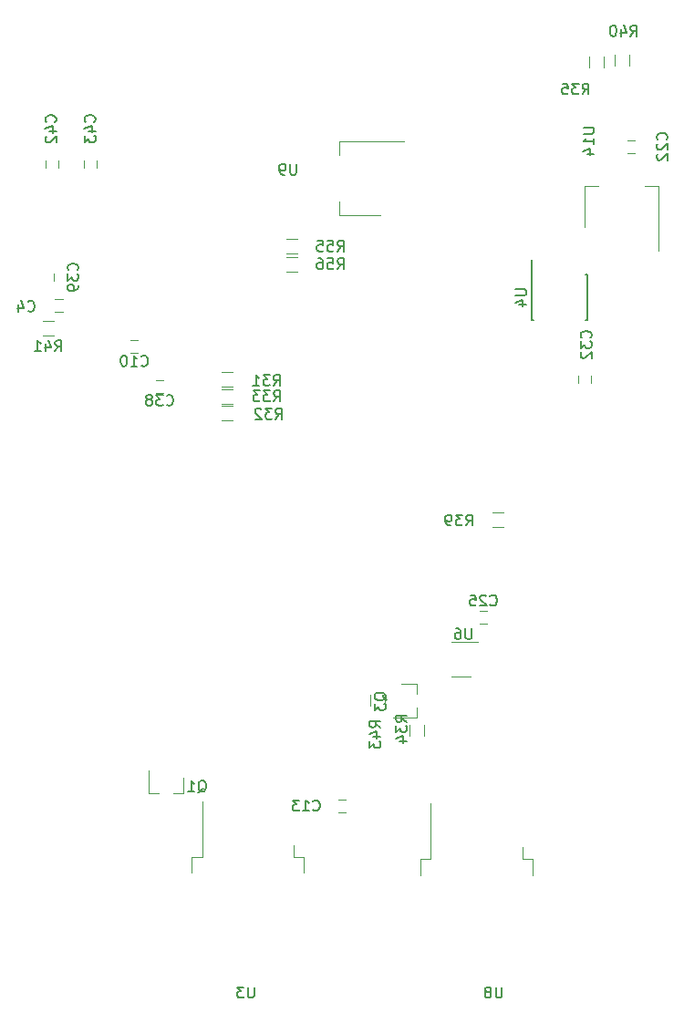
<source format=gbr>
G04 #@! TF.FileFunction,Legend,Bot*
%FSLAX46Y46*%
G04 Gerber Fmt 4.6, Leading zero omitted, Abs format (unit mm)*
G04 Created by KiCad (PCBNEW 4.0.7) date 05/26/18 19:20:07*
%MOMM*%
%LPD*%
G01*
G04 APERTURE LIST*
%ADD10C,0.100000*%
%ADD11C,0.120000*%
%ADD12C,0.150000*%
G04 APERTURE END LIST*
D10*
D11*
X147757000Y-132586000D02*
X146827000Y-132586000D01*
X144597000Y-132586000D02*
X145527000Y-132586000D01*
X144597000Y-132586000D02*
X144597000Y-130426000D01*
X147757000Y-132586000D02*
X147757000Y-131126000D01*
X169460000Y-122370000D02*
X169460000Y-123300000D01*
X169460000Y-125530000D02*
X169460000Y-124600000D01*
X169460000Y-125530000D02*
X167300000Y-125530000D01*
X169460000Y-122370000D02*
X168000000Y-122370000D01*
X148600000Y-139950000D02*
X148600000Y-138450000D01*
X148600000Y-138450000D02*
X149550000Y-138450000D01*
X149550000Y-138450000D02*
X149550000Y-133325000D01*
X159000000Y-139950000D02*
X159000000Y-138450000D01*
X159000000Y-138450000D02*
X158050000Y-138450000D01*
X158050000Y-138450000D02*
X158050000Y-137350000D01*
X174500000Y-121710000D02*
X172700000Y-121710000D01*
X172700000Y-118490000D02*
X175150000Y-118490000D01*
X162301000Y-78848000D02*
X162301000Y-77588000D01*
X162301000Y-72028000D02*
X162301000Y-73288000D01*
X166061000Y-78848000D02*
X162301000Y-78848000D01*
X168311000Y-72028000D02*
X162301000Y-72028000D01*
X169806000Y-140155000D02*
X169806000Y-138655000D01*
X169806000Y-138655000D02*
X170756000Y-138655000D01*
X170756000Y-138655000D02*
X170756000Y-133530000D01*
X180206000Y-140155000D02*
X180206000Y-138655000D01*
X180206000Y-138655000D02*
X179256000Y-138655000D01*
X179256000Y-138655000D02*
X179256000Y-137555000D01*
X185090000Y-76190000D02*
X186350000Y-76190000D01*
X191910000Y-76190000D02*
X190650000Y-76190000D01*
X185090000Y-79950000D02*
X185090000Y-76190000D01*
X191910000Y-82200000D02*
X191910000Y-76190000D01*
X136600000Y-86650000D02*
X135900000Y-86650000D01*
X135900000Y-87850000D02*
X136600000Y-87850000D01*
X142906000Y-91659000D02*
X143606000Y-91659000D01*
X143606000Y-90459000D02*
X142906000Y-90459000D01*
X162850000Y-133150000D02*
X162150000Y-133150000D01*
X162150000Y-134350000D02*
X162850000Y-134350000D01*
X189714000Y-71928000D02*
X189014000Y-71928000D01*
X189014000Y-73128000D02*
X189714000Y-73128000D01*
X175291000Y-116805000D02*
X175991000Y-116805000D01*
X175991000Y-115605000D02*
X175291000Y-115605000D01*
X135036000Y-73818000D02*
X135036000Y-74518000D01*
X136236000Y-74518000D02*
X136236000Y-73818000D01*
X138592000Y-73818000D02*
X138592000Y-74518000D01*
X139792000Y-74518000D02*
X139792000Y-73818000D01*
X151392000Y-94787000D02*
X152392000Y-94787000D01*
X152392000Y-93427000D02*
X151392000Y-93427000D01*
X152392000Y-96538500D02*
X151392000Y-96538500D01*
X151392000Y-97898500D02*
X152392000Y-97898500D01*
X151392000Y-96374500D02*
X152392000Y-96374500D01*
X152392000Y-95014500D02*
X151392000Y-95014500D01*
X170160000Y-127200000D02*
X170160000Y-126200000D01*
X168800000Y-126200000D02*
X168800000Y-127200000D01*
X185502000Y-64143000D02*
X185502000Y-65143000D01*
X186862000Y-65143000D02*
X186862000Y-64143000D01*
X177500000Y-106470000D02*
X176500000Y-106470000D01*
X176500000Y-107830000D02*
X177500000Y-107830000D01*
X189240000Y-64990000D02*
X189240000Y-63990000D01*
X187880000Y-63990000D02*
X187880000Y-64990000D01*
X134755000Y-90088000D02*
X135755000Y-90088000D01*
X135755000Y-88728000D02*
X134755000Y-88728000D01*
X165170000Y-123400000D02*
X165170000Y-124400000D01*
X166530000Y-124400000D02*
X166530000Y-123400000D01*
X145250000Y-95410000D02*
X145950000Y-95410000D01*
X145950000Y-94210000D02*
X145250000Y-94210000D01*
X136998000Y-84982800D02*
X136998000Y-84282800D01*
X135798000Y-84282800D02*
X135798000Y-84982800D01*
X185639000Y-94457000D02*
X185639000Y-93757000D01*
X184439000Y-93757000D02*
X184439000Y-94457000D01*
D12*
X180125000Y-84425000D02*
X180175000Y-84425000D01*
X180125000Y-88575000D02*
X180270000Y-88575000D01*
X185275000Y-88575000D02*
X185130000Y-88575000D01*
X185275000Y-84425000D02*
X185130000Y-84425000D01*
X180125000Y-84425000D02*
X180125000Y-88575000D01*
X185275000Y-84425000D02*
X185275000Y-88575000D01*
X180175000Y-84425000D02*
X180175000Y-83025000D01*
D11*
X158361000Y-81108000D02*
X157361000Y-81108000D01*
X157361000Y-82468000D02*
X158361000Y-82468000D01*
X158361000Y-82759000D02*
X157361000Y-82759000D01*
X157361000Y-84119000D02*
X158361000Y-84119000D01*
D12*
X149167838Y-132500619D02*
X149263076Y-132453000D01*
X149358314Y-132357762D01*
X149501171Y-132214905D01*
X149596410Y-132167286D01*
X149691648Y-132167286D01*
X149644029Y-132405381D02*
X149739267Y-132357762D01*
X149834505Y-132262524D01*
X149882124Y-132072048D01*
X149882124Y-131738714D01*
X149834505Y-131548238D01*
X149739267Y-131453000D01*
X149644029Y-131405381D01*
X149453552Y-131405381D01*
X149358314Y-131453000D01*
X149263076Y-131548238D01*
X149215457Y-131738714D01*
X149215457Y-132072048D01*
X149263076Y-132262524D01*
X149358314Y-132357762D01*
X149453552Y-132405381D01*
X149644029Y-132405381D01*
X148263076Y-132405381D02*
X148834505Y-132405381D01*
X148548791Y-132405381D02*
X148548791Y-131405381D01*
X148644029Y-131548238D01*
X148739267Y-131643476D01*
X148834505Y-131691095D01*
X166647619Y-123954762D02*
X166600000Y-123859524D01*
X166504762Y-123764286D01*
X166361905Y-123621429D01*
X166314286Y-123526190D01*
X166314286Y-123430952D01*
X166552381Y-123478571D02*
X166504762Y-123383333D01*
X166409524Y-123288095D01*
X166219048Y-123240476D01*
X165885714Y-123240476D01*
X165695238Y-123288095D01*
X165600000Y-123383333D01*
X165552381Y-123478571D01*
X165552381Y-123669048D01*
X165600000Y-123764286D01*
X165695238Y-123859524D01*
X165885714Y-123907143D01*
X166219048Y-123907143D01*
X166409524Y-123859524D01*
X166504762Y-123764286D01*
X166552381Y-123669048D01*
X166552381Y-123478571D01*
X165552381Y-124240476D02*
X165552381Y-124859524D01*
X165933333Y-124526190D01*
X165933333Y-124669048D01*
X165980952Y-124764286D01*
X166028571Y-124811905D01*
X166123810Y-124859524D01*
X166361905Y-124859524D01*
X166457143Y-124811905D01*
X166504762Y-124764286D01*
X166552381Y-124669048D01*
X166552381Y-124383333D01*
X166504762Y-124288095D01*
X166457143Y-124240476D01*
X154361905Y-150552381D02*
X154361905Y-151361905D01*
X154314286Y-151457143D01*
X154266667Y-151504762D01*
X154171429Y-151552381D01*
X153980952Y-151552381D01*
X153885714Y-151504762D01*
X153838095Y-151457143D01*
X153790476Y-151361905D01*
X153790476Y-150552381D01*
X153409524Y-150552381D02*
X152790476Y-150552381D01*
X153123810Y-150933333D01*
X152980952Y-150933333D01*
X152885714Y-150980952D01*
X152838095Y-151028571D01*
X152790476Y-151123810D01*
X152790476Y-151361905D01*
X152838095Y-151457143D01*
X152885714Y-151504762D01*
X152980952Y-151552381D01*
X153266667Y-151552381D01*
X153361905Y-151504762D01*
X153409524Y-151457143D01*
X174561905Y-117252381D02*
X174561905Y-118061905D01*
X174514286Y-118157143D01*
X174466667Y-118204762D01*
X174371429Y-118252381D01*
X174180952Y-118252381D01*
X174085714Y-118204762D01*
X174038095Y-118157143D01*
X173990476Y-118061905D01*
X173990476Y-117252381D01*
X173085714Y-117252381D02*
X173276191Y-117252381D01*
X173371429Y-117300000D01*
X173419048Y-117347619D01*
X173514286Y-117490476D01*
X173561905Y-117680952D01*
X173561905Y-118061905D01*
X173514286Y-118157143D01*
X173466667Y-118204762D01*
X173371429Y-118252381D01*
X173180952Y-118252381D01*
X173085714Y-118204762D01*
X173038095Y-118157143D01*
X172990476Y-118061905D01*
X172990476Y-117823810D01*
X173038095Y-117728571D01*
X173085714Y-117680952D01*
X173180952Y-117633333D01*
X173371429Y-117633333D01*
X173466667Y-117680952D01*
X173514286Y-117728571D01*
X173561905Y-117823810D01*
X158292705Y-74128381D02*
X158292705Y-74937905D01*
X158245086Y-75033143D01*
X158197467Y-75080762D01*
X158102229Y-75128381D01*
X157911752Y-75128381D01*
X157816514Y-75080762D01*
X157768895Y-75033143D01*
X157721276Y-74937905D01*
X157721276Y-74128381D01*
X157197467Y-75128381D02*
X157006991Y-75128381D01*
X156911752Y-75080762D01*
X156864133Y-75033143D01*
X156768895Y-74890286D01*
X156721276Y-74699810D01*
X156721276Y-74318857D01*
X156768895Y-74223619D01*
X156816514Y-74176000D01*
X156911752Y-74128381D01*
X157102229Y-74128381D01*
X157197467Y-74176000D01*
X157245086Y-74223619D01*
X157292705Y-74318857D01*
X157292705Y-74556952D01*
X157245086Y-74652190D01*
X157197467Y-74699810D01*
X157102229Y-74747429D01*
X156911752Y-74747429D01*
X156816514Y-74699810D01*
X156768895Y-74652190D01*
X156721276Y-74556952D01*
X177367905Y-150557381D02*
X177367905Y-151366905D01*
X177320286Y-151462143D01*
X177272667Y-151509762D01*
X177177429Y-151557381D01*
X176986952Y-151557381D01*
X176891714Y-151509762D01*
X176844095Y-151462143D01*
X176796476Y-151366905D01*
X176796476Y-150557381D01*
X176177429Y-150985952D02*
X176272667Y-150938333D01*
X176320286Y-150890714D01*
X176367905Y-150795476D01*
X176367905Y-150747857D01*
X176320286Y-150652619D01*
X176272667Y-150605000D01*
X176177429Y-150557381D01*
X175986952Y-150557381D01*
X175891714Y-150605000D01*
X175844095Y-150652619D01*
X175796476Y-150747857D01*
X175796476Y-150795476D01*
X175844095Y-150890714D01*
X175891714Y-150938333D01*
X175986952Y-150985952D01*
X176177429Y-150985952D01*
X176272667Y-151033571D01*
X176320286Y-151081190D01*
X176367905Y-151176429D01*
X176367905Y-151366905D01*
X176320286Y-151462143D01*
X176272667Y-151509762D01*
X176177429Y-151557381D01*
X175986952Y-151557381D01*
X175891714Y-151509762D01*
X175844095Y-151462143D01*
X175796476Y-151366905D01*
X175796476Y-151176429D01*
X175844095Y-151081190D01*
X175891714Y-151033571D01*
X175986952Y-150985952D01*
X184929781Y-70740505D02*
X185739305Y-70740505D01*
X185834543Y-70788124D01*
X185882162Y-70835743D01*
X185929781Y-70930981D01*
X185929781Y-71121458D01*
X185882162Y-71216696D01*
X185834543Y-71264315D01*
X185739305Y-71311934D01*
X184929781Y-71311934D01*
X185929781Y-72311934D02*
X185929781Y-71740505D01*
X185929781Y-72026219D02*
X184929781Y-72026219D01*
X185072638Y-71930981D01*
X185167876Y-71835743D01*
X185215495Y-71740505D01*
X185263114Y-73169077D02*
X185929781Y-73169077D01*
X184882162Y-72930981D02*
X185596448Y-72692886D01*
X185596448Y-73311934D01*
X133368666Y-87734143D02*
X133416285Y-87781762D01*
X133559142Y-87829381D01*
X133654380Y-87829381D01*
X133797238Y-87781762D01*
X133892476Y-87686524D01*
X133940095Y-87591286D01*
X133987714Y-87400810D01*
X133987714Y-87257952D01*
X133940095Y-87067476D01*
X133892476Y-86972238D01*
X133797238Y-86877000D01*
X133654380Y-86829381D01*
X133559142Y-86829381D01*
X133416285Y-86877000D01*
X133368666Y-86924619D01*
X132511523Y-87162714D02*
X132511523Y-87829381D01*
X132749619Y-86781762D02*
X132987714Y-87496048D01*
X132368666Y-87496048D01*
X143898857Y-92816143D02*
X143946476Y-92863762D01*
X144089333Y-92911381D01*
X144184571Y-92911381D01*
X144327429Y-92863762D01*
X144422667Y-92768524D01*
X144470286Y-92673286D01*
X144517905Y-92482810D01*
X144517905Y-92339952D01*
X144470286Y-92149476D01*
X144422667Y-92054238D01*
X144327429Y-91959000D01*
X144184571Y-91911381D01*
X144089333Y-91911381D01*
X143946476Y-91959000D01*
X143898857Y-92006619D01*
X142946476Y-92911381D02*
X143517905Y-92911381D01*
X143232191Y-92911381D02*
X143232191Y-91911381D01*
X143327429Y-92054238D01*
X143422667Y-92149476D01*
X143517905Y-92197095D01*
X142327429Y-91911381D02*
X142232190Y-91911381D01*
X142136952Y-91959000D01*
X142089333Y-92006619D01*
X142041714Y-92101857D01*
X141994095Y-92292333D01*
X141994095Y-92530429D01*
X142041714Y-92720905D01*
X142089333Y-92816143D01*
X142136952Y-92863762D01*
X142232190Y-92911381D01*
X142327429Y-92911381D01*
X142422667Y-92863762D01*
X142470286Y-92816143D01*
X142517905Y-92720905D01*
X142565524Y-92530429D01*
X142565524Y-92292333D01*
X142517905Y-92101857D01*
X142470286Y-92006619D01*
X142422667Y-91959000D01*
X142327429Y-91911381D01*
X159842857Y-134107143D02*
X159890476Y-134154762D01*
X160033333Y-134202381D01*
X160128571Y-134202381D01*
X160271429Y-134154762D01*
X160366667Y-134059524D01*
X160414286Y-133964286D01*
X160461905Y-133773810D01*
X160461905Y-133630952D01*
X160414286Y-133440476D01*
X160366667Y-133345238D01*
X160271429Y-133250000D01*
X160128571Y-133202381D01*
X160033333Y-133202381D01*
X159890476Y-133250000D01*
X159842857Y-133297619D01*
X158890476Y-134202381D02*
X159461905Y-134202381D01*
X159176191Y-134202381D02*
X159176191Y-133202381D01*
X159271429Y-133345238D01*
X159366667Y-133440476D01*
X159461905Y-133488095D01*
X158557143Y-133202381D02*
X157938095Y-133202381D01*
X158271429Y-133583333D01*
X158128571Y-133583333D01*
X158033333Y-133630952D01*
X157985714Y-133678571D01*
X157938095Y-133773810D01*
X157938095Y-134011905D01*
X157985714Y-134107143D01*
X158033333Y-134154762D01*
X158128571Y-134202381D01*
X158414286Y-134202381D01*
X158509524Y-134154762D01*
X158557143Y-134107143D01*
X192642143Y-71859743D02*
X192689762Y-71812124D01*
X192737381Y-71669267D01*
X192737381Y-71574029D01*
X192689762Y-71431171D01*
X192594524Y-71335933D01*
X192499286Y-71288314D01*
X192308810Y-71240695D01*
X192165952Y-71240695D01*
X191975476Y-71288314D01*
X191880238Y-71335933D01*
X191785000Y-71431171D01*
X191737381Y-71574029D01*
X191737381Y-71669267D01*
X191785000Y-71812124D01*
X191832619Y-71859743D01*
X191832619Y-72240695D02*
X191785000Y-72288314D01*
X191737381Y-72383552D01*
X191737381Y-72621648D01*
X191785000Y-72716886D01*
X191832619Y-72764505D01*
X191927857Y-72812124D01*
X192023095Y-72812124D01*
X192165952Y-72764505D01*
X192737381Y-72193076D01*
X192737381Y-72812124D01*
X191832619Y-73193076D02*
X191785000Y-73240695D01*
X191737381Y-73335933D01*
X191737381Y-73574029D01*
X191785000Y-73669267D01*
X191832619Y-73716886D01*
X191927857Y-73764505D01*
X192023095Y-73764505D01*
X192165952Y-73716886D01*
X192737381Y-73145457D01*
X192737381Y-73764505D01*
X176283857Y-115062143D02*
X176331476Y-115109762D01*
X176474333Y-115157381D01*
X176569571Y-115157381D01*
X176712429Y-115109762D01*
X176807667Y-115014524D01*
X176855286Y-114919286D01*
X176902905Y-114728810D01*
X176902905Y-114585952D01*
X176855286Y-114395476D01*
X176807667Y-114300238D01*
X176712429Y-114205000D01*
X176569571Y-114157381D01*
X176474333Y-114157381D01*
X176331476Y-114205000D01*
X176283857Y-114252619D01*
X175902905Y-114252619D02*
X175855286Y-114205000D01*
X175760048Y-114157381D01*
X175521952Y-114157381D01*
X175426714Y-114205000D01*
X175379095Y-114252619D01*
X175331476Y-114347857D01*
X175331476Y-114443095D01*
X175379095Y-114585952D01*
X175950524Y-115157381D01*
X175331476Y-115157381D01*
X174426714Y-114157381D02*
X174902905Y-114157381D01*
X174950524Y-114633571D01*
X174902905Y-114585952D01*
X174807667Y-114538333D01*
X174569571Y-114538333D01*
X174474333Y-114585952D01*
X174426714Y-114633571D01*
X174379095Y-114728810D01*
X174379095Y-114966905D01*
X174426714Y-115062143D01*
X174474333Y-115109762D01*
X174569571Y-115157381D01*
X174807667Y-115157381D01*
X174902905Y-115109762D01*
X174950524Y-115062143D01*
X135893143Y-70225143D02*
X135940762Y-70177524D01*
X135988381Y-70034667D01*
X135988381Y-69939429D01*
X135940762Y-69796571D01*
X135845524Y-69701333D01*
X135750286Y-69653714D01*
X135559810Y-69606095D01*
X135416952Y-69606095D01*
X135226476Y-69653714D01*
X135131238Y-69701333D01*
X135036000Y-69796571D01*
X134988381Y-69939429D01*
X134988381Y-70034667D01*
X135036000Y-70177524D01*
X135083619Y-70225143D01*
X135321714Y-71082286D02*
X135988381Y-71082286D01*
X134940762Y-70844190D02*
X135655048Y-70606095D01*
X135655048Y-71225143D01*
X135083619Y-71558476D02*
X135036000Y-71606095D01*
X134988381Y-71701333D01*
X134988381Y-71939429D01*
X135036000Y-72034667D01*
X135083619Y-72082286D01*
X135178857Y-72129905D01*
X135274095Y-72129905D01*
X135416952Y-72082286D01*
X135988381Y-71510857D01*
X135988381Y-72129905D01*
X139541143Y-70210143D02*
X139588762Y-70162524D01*
X139636381Y-70019667D01*
X139636381Y-69924429D01*
X139588762Y-69781571D01*
X139493524Y-69686333D01*
X139398286Y-69638714D01*
X139207810Y-69591095D01*
X139064952Y-69591095D01*
X138874476Y-69638714D01*
X138779238Y-69686333D01*
X138684000Y-69781571D01*
X138636381Y-69924429D01*
X138636381Y-70019667D01*
X138684000Y-70162524D01*
X138731619Y-70210143D01*
X138969714Y-71067286D02*
X139636381Y-71067286D01*
X138588762Y-70829190D02*
X139303048Y-70591095D01*
X139303048Y-71210143D01*
X138636381Y-71495857D02*
X138636381Y-72114905D01*
X139017333Y-71781571D01*
X139017333Y-71924429D01*
X139064952Y-72019667D01*
X139112571Y-72067286D01*
X139207810Y-72114905D01*
X139445905Y-72114905D01*
X139541143Y-72067286D01*
X139588762Y-72019667D01*
X139636381Y-71924429D01*
X139636381Y-71638714D01*
X139588762Y-71543476D01*
X139541143Y-71495857D01*
X156167057Y-94711781D02*
X156500391Y-94235590D01*
X156738486Y-94711781D02*
X156738486Y-93711781D01*
X156357533Y-93711781D01*
X156262295Y-93759400D01*
X156214676Y-93807019D01*
X156167057Y-93902257D01*
X156167057Y-94045114D01*
X156214676Y-94140352D01*
X156262295Y-94187971D01*
X156357533Y-94235590D01*
X156738486Y-94235590D01*
X155833724Y-93711781D02*
X155214676Y-93711781D01*
X155548010Y-94092733D01*
X155405152Y-94092733D01*
X155309914Y-94140352D01*
X155262295Y-94187971D01*
X155214676Y-94283210D01*
X155214676Y-94521305D01*
X155262295Y-94616543D01*
X155309914Y-94664162D01*
X155405152Y-94711781D01*
X155690867Y-94711781D01*
X155786105Y-94664162D01*
X155833724Y-94616543D01*
X154262295Y-94711781D02*
X154833724Y-94711781D01*
X154548010Y-94711781D02*
X154548010Y-93711781D01*
X154643248Y-93854638D01*
X154738486Y-93949876D01*
X154833724Y-93997495D01*
X156370257Y-97823281D02*
X156703591Y-97347090D01*
X156941686Y-97823281D02*
X156941686Y-96823281D01*
X156560733Y-96823281D01*
X156465495Y-96870900D01*
X156417876Y-96918519D01*
X156370257Y-97013757D01*
X156370257Y-97156614D01*
X156417876Y-97251852D01*
X156465495Y-97299471D01*
X156560733Y-97347090D01*
X156941686Y-97347090D01*
X156036924Y-96823281D02*
X155417876Y-96823281D01*
X155751210Y-97204233D01*
X155608352Y-97204233D01*
X155513114Y-97251852D01*
X155465495Y-97299471D01*
X155417876Y-97394710D01*
X155417876Y-97632805D01*
X155465495Y-97728043D01*
X155513114Y-97775662D01*
X155608352Y-97823281D01*
X155894067Y-97823281D01*
X155989305Y-97775662D01*
X156036924Y-97728043D01*
X155036924Y-96918519D02*
X154989305Y-96870900D01*
X154894067Y-96823281D01*
X154655971Y-96823281D01*
X154560733Y-96870900D01*
X154513114Y-96918519D01*
X154465495Y-97013757D01*
X154465495Y-97108995D01*
X154513114Y-97251852D01*
X155084543Y-97823281D01*
X154465495Y-97823281D01*
X156192457Y-96172281D02*
X156525791Y-95696090D01*
X156763886Y-96172281D02*
X156763886Y-95172281D01*
X156382933Y-95172281D01*
X156287695Y-95219900D01*
X156240076Y-95267519D01*
X156192457Y-95362757D01*
X156192457Y-95505614D01*
X156240076Y-95600852D01*
X156287695Y-95648471D01*
X156382933Y-95696090D01*
X156763886Y-95696090D01*
X155859124Y-95172281D02*
X155240076Y-95172281D01*
X155573410Y-95553233D01*
X155430552Y-95553233D01*
X155335314Y-95600852D01*
X155287695Y-95648471D01*
X155240076Y-95743710D01*
X155240076Y-95981805D01*
X155287695Y-96077043D01*
X155335314Y-96124662D01*
X155430552Y-96172281D01*
X155716267Y-96172281D01*
X155811505Y-96124662D01*
X155859124Y-96077043D01*
X154906743Y-95172281D02*
X154287695Y-95172281D01*
X154621029Y-95553233D01*
X154478171Y-95553233D01*
X154382933Y-95600852D01*
X154335314Y-95648471D01*
X154287695Y-95743710D01*
X154287695Y-95981805D01*
X154335314Y-96077043D01*
X154382933Y-96124662D01*
X154478171Y-96172281D01*
X154763886Y-96172281D01*
X154859124Y-96124662D01*
X154906743Y-96077043D01*
X168535381Y-125930143D02*
X168059190Y-125596809D01*
X168535381Y-125358714D02*
X167535381Y-125358714D01*
X167535381Y-125739667D01*
X167583000Y-125834905D01*
X167630619Y-125882524D01*
X167725857Y-125930143D01*
X167868714Y-125930143D01*
X167963952Y-125882524D01*
X168011571Y-125834905D01*
X168059190Y-125739667D01*
X168059190Y-125358714D01*
X167535381Y-126263476D02*
X167535381Y-126882524D01*
X167916333Y-126549190D01*
X167916333Y-126692048D01*
X167963952Y-126787286D01*
X168011571Y-126834905D01*
X168106810Y-126882524D01*
X168344905Y-126882524D01*
X168440143Y-126834905D01*
X168487762Y-126787286D01*
X168535381Y-126692048D01*
X168535381Y-126406333D01*
X168487762Y-126311095D01*
X168440143Y-126263476D01*
X167868714Y-127739667D02*
X168535381Y-127739667D01*
X167487762Y-127501571D02*
X168202048Y-127263476D01*
X168202048Y-127882524D01*
X184843657Y-67648081D02*
X185176991Y-67171890D01*
X185415086Y-67648081D02*
X185415086Y-66648081D01*
X185034133Y-66648081D01*
X184938895Y-66695700D01*
X184891276Y-66743319D01*
X184843657Y-66838557D01*
X184843657Y-66981414D01*
X184891276Y-67076652D01*
X184938895Y-67124271D01*
X185034133Y-67171890D01*
X185415086Y-67171890D01*
X184510324Y-66648081D02*
X183891276Y-66648081D01*
X184224610Y-67029033D01*
X184081752Y-67029033D01*
X183986514Y-67076652D01*
X183938895Y-67124271D01*
X183891276Y-67219510D01*
X183891276Y-67457605D01*
X183938895Y-67552843D01*
X183986514Y-67600462D01*
X184081752Y-67648081D01*
X184367467Y-67648081D01*
X184462705Y-67600462D01*
X184510324Y-67552843D01*
X182986514Y-66648081D02*
X183462705Y-66648081D01*
X183510324Y-67124271D01*
X183462705Y-67076652D01*
X183367467Y-67029033D01*
X183129371Y-67029033D01*
X183034133Y-67076652D01*
X182986514Y-67124271D01*
X182938895Y-67219510D01*
X182938895Y-67457605D01*
X182986514Y-67552843D01*
X183034133Y-67600462D01*
X183129371Y-67648081D01*
X183367467Y-67648081D01*
X183462705Y-67600462D01*
X183510324Y-67552843D01*
X174042857Y-107702381D02*
X174376191Y-107226190D01*
X174614286Y-107702381D02*
X174614286Y-106702381D01*
X174233333Y-106702381D01*
X174138095Y-106750000D01*
X174090476Y-106797619D01*
X174042857Y-106892857D01*
X174042857Y-107035714D01*
X174090476Y-107130952D01*
X174138095Y-107178571D01*
X174233333Y-107226190D01*
X174614286Y-107226190D01*
X173709524Y-106702381D02*
X173090476Y-106702381D01*
X173423810Y-107083333D01*
X173280952Y-107083333D01*
X173185714Y-107130952D01*
X173138095Y-107178571D01*
X173090476Y-107273810D01*
X173090476Y-107511905D01*
X173138095Y-107607143D01*
X173185714Y-107654762D01*
X173280952Y-107702381D01*
X173566667Y-107702381D01*
X173661905Y-107654762D01*
X173709524Y-107607143D01*
X172614286Y-107702381D02*
X172423810Y-107702381D01*
X172328571Y-107654762D01*
X172280952Y-107607143D01*
X172185714Y-107464286D01*
X172138095Y-107273810D01*
X172138095Y-106892857D01*
X172185714Y-106797619D01*
X172233333Y-106750000D01*
X172328571Y-106702381D01*
X172519048Y-106702381D01*
X172614286Y-106750000D01*
X172661905Y-106797619D01*
X172709524Y-106892857D01*
X172709524Y-107130952D01*
X172661905Y-107226190D01*
X172614286Y-107273810D01*
X172519048Y-107321429D01*
X172328571Y-107321429D01*
X172233333Y-107273810D01*
X172185714Y-107226190D01*
X172138095Y-107130952D01*
X189317157Y-62262681D02*
X189650491Y-61786490D01*
X189888586Y-62262681D02*
X189888586Y-61262681D01*
X189507633Y-61262681D01*
X189412395Y-61310300D01*
X189364776Y-61357919D01*
X189317157Y-61453157D01*
X189317157Y-61596014D01*
X189364776Y-61691252D01*
X189412395Y-61738871D01*
X189507633Y-61786490D01*
X189888586Y-61786490D01*
X188460014Y-61596014D02*
X188460014Y-62262681D01*
X188698110Y-61215062D02*
X188936205Y-61929348D01*
X188317157Y-61929348D01*
X187745729Y-61262681D02*
X187650490Y-61262681D01*
X187555252Y-61310300D01*
X187507633Y-61357919D01*
X187460014Y-61453157D01*
X187412395Y-61643633D01*
X187412395Y-61881729D01*
X187460014Y-62072205D01*
X187507633Y-62167443D01*
X187555252Y-62215062D01*
X187650490Y-62262681D01*
X187745729Y-62262681D01*
X187840967Y-62215062D01*
X187888586Y-62167443D01*
X187936205Y-62072205D01*
X187983824Y-61881729D01*
X187983824Y-61643633D01*
X187936205Y-61453157D01*
X187888586Y-61357919D01*
X187840967Y-61310300D01*
X187745729Y-61262681D01*
X135897857Y-91511381D02*
X136231191Y-91035190D01*
X136469286Y-91511381D02*
X136469286Y-90511381D01*
X136088333Y-90511381D01*
X135993095Y-90559000D01*
X135945476Y-90606619D01*
X135897857Y-90701857D01*
X135897857Y-90844714D01*
X135945476Y-90939952D01*
X135993095Y-90987571D01*
X136088333Y-91035190D01*
X136469286Y-91035190D01*
X135040714Y-90844714D02*
X135040714Y-91511381D01*
X135278810Y-90463762D02*
X135516905Y-91178048D01*
X134897857Y-91178048D01*
X133993095Y-91511381D02*
X134564524Y-91511381D01*
X134278810Y-91511381D02*
X134278810Y-90511381D01*
X134374048Y-90654238D01*
X134469286Y-90749476D01*
X134564524Y-90797095D01*
X166102381Y-126457143D02*
X165626190Y-126123809D01*
X166102381Y-125885714D02*
X165102381Y-125885714D01*
X165102381Y-126266667D01*
X165150000Y-126361905D01*
X165197619Y-126409524D01*
X165292857Y-126457143D01*
X165435714Y-126457143D01*
X165530952Y-126409524D01*
X165578571Y-126361905D01*
X165626190Y-126266667D01*
X165626190Y-125885714D01*
X165435714Y-127314286D02*
X166102381Y-127314286D01*
X165054762Y-127076190D02*
X165769048Y-126838095D01*
X165769048Y-127457143D01*
X165102381Y-127742857D02*
X165102381Y-128361905D01*
X165483333Y-128028571D01*
X165483333Y-128171429D01*
X165530952Y-128266667D01*
X165578571Y-128314286D01*
X165673810Y-128361905D01*
X165911905Y-128361905D01*
X166007143Y-128314286D01*
X166054762Y-128266667D01*
X166102381Y-128171429D01*
X166102381Y-127885714D01*
X166054762Y-127790476D01*
X166007143Y-127742857D01*
X146242857Y-96467143D02*
X146290476Y-96514762D01*
X146433333Y-96562381D01*
X146528571Y-96562381D01*
X146671429Y-96514762D01*
X146766667Y-96419524D01*
X146814286Y-96324286D01*
X146861905Y-96133810D01*
X146861905Y-95990952D01*
X146814286Y-95800476D01*
X146766667Y-95705238D01*
X146671429Y-95610000D01*
X146528571Y-95562381D01*
X146433333Y-95562381D01*
X146290476Y-95610000D01*
X146242857Y-95657619D01*
X145909524Y-95562381D02*
X145290476Y-95562381D01*
X145623810Y-95943333D01*
X145480952Y-95943333D01*
X145385714Y-95990952D01*
X145338095Y-96038571D01*
X145290476Y-96133810D01*
X145290476Y-96371905D01*
X145338095Y-96467143D01*
X145385714Y-96514762D01*
X145480952Y-96562381D01*
X145766667Y-96562381D01*
X145861905Y-96514762D01*
X145909524Y-96467143D01*
X144719048Y-95990952D02*
X144814286Y-95943333D01*
X144861905Y-95895714D01*
X144909524Y-95800476D01*
X144909524Y-95752857D01*
X144861905Y-95657619D01*
X144814286Y-95610000D01*
X144719048Y-95562381D01*
X144528571Y-95562381D01*
X144433333Y-95610000D01*
X144385714Y-95657619D01*
X144338095Y-95752857D01*
X144338095Y-95800476D01*
X144385714Y-95895714D01*
X144433333Y-95943333D01*
X144528571Y-95990952D01*
X144719048Y-95990952D01*
X144814286Y-96038571D01*
X144861905Y-96086190D01*
X144909524Y-96181429D01*
X144909524Y-96371905D01*
X144861905Y-96467143D01*
X144814286Y-96514762D01*
X144719048Y-96562381D01*
X144528571Y-96562381D01*
X144433333Y-96514762D01*
X144385714Y-96467143D01*
X144338095Y-96371905D01*
X144338095Y-96181429D01*
X144385714Y-96086190D01*
X144433333Y-96038571D01*
X144528571Y-95990952D01*
X137955143Y-83989943D02*
X138002762Y-83942324D01*
X138050381Y-83799467D01*
X138050381Y-83704229D01*
X138002762Y-83561371D01*
X137907524Y-83466133D01*
X137812286Y-83418514D01*
X137621810Y-83370895D01*
X137478952Y-83370895D01*
X137288476Y-83418514D01*
X137193238Y-83466133D01*
X137098000Y-83561371D01*
X137050381Y-83704229D01*
X137050381Y-83799467D01*
X137098000Y-83942324D01*
X137145619Y-83989943D01*
X137050381Y-84323276D02*
X137050381Y-84942324D01*
X137431333Y-84608990D01*
X137431333Y-84751848D01*
X137478952Y-84847086D01*
X137526571Y-84894705D01*
X137621810Y-84942324D01*
X137859905Y-84942324D01*
X137955143Y-84894705D01*
X138002762Y-84847086D01*
X138050381Y-84751848D01*
X138050381Y-84466133D01*
X138002762Y-84370895D01*
X137955143Y-84323276D01*
X138050381Y-85418514D02*
X138050381Y-85608990D01*
X138002762Y-85704229D01*
X137955143Y-85751848D01*
X137812286Y-85847086D01*
X137621810Y-85894705D01*
X137240857Y-85894705D01*
X137145619Y-85847086D01*
X137098000Y-85799467D01*
X137050381Y-85704229D01*
X137050381Y-85513752D01*
X137098000Y-85418514D01*
X137145619Y-85370895D01*
X137240857Y-85323276D01*
X137478952Y-85323276D01*
X137574190Y-85370895D01*
X137621810Y-85418514D01*
X137669429Y-85513752D01*
X137669429Y-85704229D01*
X137621810Y-85799467D01*
X137574190Y-85847086D01*
X137478952Y-85894705D01*
X185596143Y-90264143D02*
X185643762Y-90216524D01*
X185691381Y-90073667D01*
X185691381Y-89978429D01*
X185643762Y-89835571D01*
X185548524Y-89740333D01*
X185453286Y-89692714D01*
X185262810Y-89645095D01*
X185119952Y-89645095D01*
X184929476Y-89692714D01*
X184834238Y-89740333D01*
X184739000Y-89835571D01*
X184691381Y-89978429D01*
X184691381Y-90073667D01*
X184739000Y-90216524D01*
X184786619Y-90264143D01*
X184691381Y-90597476D02*
X184691381Y-91216524D01*
X185072333Y-90883190D01*
X185072333Y-91026048D01*
X185119952Y-91121286D01*
X185167571Y-91168905D01*
X185262810Y-91216524D01*
X185500905Y-91216524D01*
X185596143Y-91168905D01*
X185643762Y-91121286D01*
X185691381Y-91026048D01*
X185691381Y-90740333D01*
X185643762Y-90645095D01*
X185596143Y-90597476D01*
X184786619Y-91597476D02*
X184739000Y-91645095D01*
X184691381Y-91740333D01*
X184691381Y-91978429D01*
X184739000Y-92073667D01*
X184786619Y-92121286D01*
X184881857Y-92168905D01*
X184977095Y-92168905D01*
X185119952Y-92121286D01*
X185691381Y-91549857D01*
X185691381Y-92168905D01*
X178652381Y-85738095D02*
X179461905Y-85738095D01*
X179557143Y-85785714D01*
X179604762Y-85833333D01*
X179652381Y-85928571D01*
X179652381Y-86119048D01*
X179604762Y-86214286D01*
X179557143Y-86261905D01*
X179461905Y-86309524D01*
X178652381Y-86309524D01*
X178985714Y-87214286D02*
X179652381Y-87214286D01*
X178604762Y-86976190D02*
X179319048Y-86738095D01*
X179319048Y-87357143D01*
X162103857Y-82240381D02*
X162437191Y-81764190D01*
X162675286Y-82240381D02*
X162675286Y-81240381D01*
X162294333Y-81240381D01*
X162199095Y-81288000D01*
X162151476Y-81335619D01*
X162103857Y-81430857D01*
X162103857Y-81573714D01*
X162151476Y-81668952D01*
X162199095Y-81716571D01*
X162294333Y-81764190D01*
X162675286Y-81764190D01*
X161199095Y-81240381D02*
X161675286Y-81240381D01*
X161722905Y-81716571D01*
X161675286Y-81668952D01*
X161580048Y-81621333D01*
X161341952Y-81621333D01*
X161246714Y-81668952D01*
X161199095Y-81716571D01*
X161151476Y-81811810D01*
X161151476Y-82049905D01*
X161199095Y-82145143D01*
X161246714Y-82192762D01*
X161341952Y-82240381D01*
X161580048Y-82240381D01*
X161675286Y-82192762D01*
X161722905Y-82145143D01*
X160246714Y-81240381D02*
X160722905Y-81240381D01*
X160770524Y-81716571D01*
X160722905Y-81668952D01*
X160627667Y-81621333D01*
X160389571Y-81621333D01*
X160294333Y-81668952D01*
X160246714Y-81716571D01*
X160199095Y-81811810D01*
X160199095Y-82049905D01*
X160246714Y-82145143D01*
X160294333Y-82192762D01*
X160389571Y-82240381D01*
X160627667Y-82240381D01*
X160722905Y-82192762D01*
X160770524Y-82145143D01*
X162103857Y-83891381D02*
X162437191Y-83415190D01*
X162675286Y-83891381D02*
X162675286Y-82891381D01*
X162294333Y-82891381D01*
X162199095Y-82939000D01*
X162151476Y-82986619D01*
X162103857Y-83081857D01*
X162103857Y-83224714D01*
X162151476Y-83319952D01*
X162199095Y-83367571D01*
X162294333Y-83415190D01*
X162675286Y-83415190D01*
X161199095Y-82891381D02*
X161675286Y-82891381D01*
X161722905Y-83367571D01*
X161675286Y-83319952D01*
X161580048Y-83272333D01*
X161341952Y-83272333D01*
X161246714Y-83319952D01*
X161199095Y-83367571D01*
X161151476Y-83462810D01*
X161151476Y-83700905D01*
X161199095Y-83796143D01*
X161246714Y-83843762D01*
X161341952Y-83891381D01*
X161580048Y-83891381D01*
X161675286Y-83843762D01*
X161722905Y-83796143D01*
X160294333Y-82891381D02*
X160484810Y-82891381D01*
X160580048Y-82939000D01*
X160627667Y-82986619D01*
X160722905Y-83129476D01*
X160770524Y-83319952D01*
X160770524Y-83700905D01*
X160722905Y-83796143D01*
X160675286Y-83843762D01*
X160580048Y-83891381D01*
X160389571Y-83891381D01*
X160294333Y-83843762D01*
X160246714Y-83796143D01*
X160199095Y-83700905D01*
X160199095Y-83462810D01*
X160246714Y-83367571D01*
X160294333Y-83319952D01*
X160389571Y-83272333D01*
X160580048Y-83272333D01*
X160675286Y-83319952D01*
X160722905Y-83367571D01*
X160770524Y-83462810D01*
M02*

</source>
